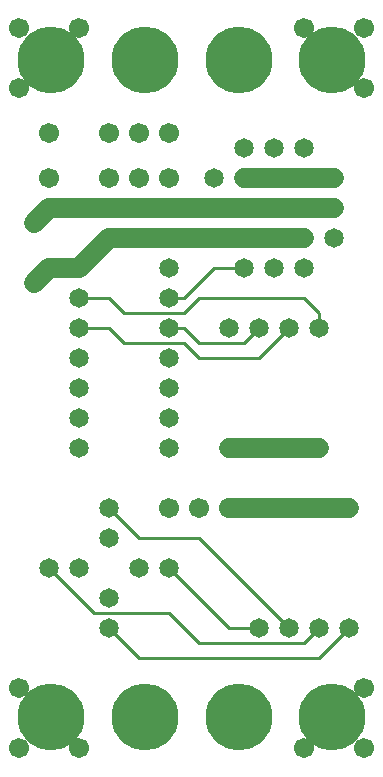
<source format=gbl>
%MOIN*%
%FSLAX25Y25*%
G04 D10 used for Character Trace; *
G04     Circle (OD=.01000) (No hole)*
G04 D11 used for Power Trace; *
G04     Circle (OD=.06700) (No hole)*
G04 D12 used for Signal Trace; *
G04     Circle (OD=.01100) (No hole)*
G04 D13 used for Via; *
G04     Circle (OD=.05800) (Round. Hole ID=.02800)*
G04 D14 used for Component hole; *
G04     Circle (OD=.06500) (Round. Hole ID=.03500)*
G04 D15 used for Component hole; *
G04     Circle (OD=.06700) (Round. Hole ID=.04300)*
G04 D16 used for Component hole; *
G04     Circle (OD=.08100) (Round. Hole ID=.05100)*
G04 D17 used for Component hole; *
G04     Circle (OD=.08900) (Round. Hole ID=.05900)*
G04 D18 used for Component hole; *
G04     Circle (OD=.11300) (Round. Hole ID=.08300)*
G04 D19 used for Component hole; *
G04     Circle (OD=.16000) (Round. Hole ID=.13000)*
G04 D20 used for Component hole; *
G04     Circle (OD=.18300) (Round. Hole ID=.15300)*
G04 D21 used for Component hole; *
G04     Circle (OD=.22291) (Round. Hole ID=.19291)*
%ADD10C,.01000*%
%ADD11C,.06700*%
%ADD12C,.01100*%
%ADD13C,.05800*%
%ADD14C,.06500*%
%ADD15C,.06700*%
%ADD16C,.08100*%
%ADD17C,.08900*%
%ADD18C,.11300*%
%ADD19C,.16000*%
%ADD20C,.18300*%
%ADD21C,.22291*%
%IPPOS*%
%LPD*%
G90*X0Y0D02*D15*X5000Y5000D03*D21*X15625Y15625D03*
D15*X5000Y25000D03*X25000Y5000D03*D14*            
X35000Y45000D03*D12*X45000Y35000D01*X105000D01*   
X115000Y45000D01*D14*D03*X105000D03*D12*          
X100000Y40000D01*X65000D01*X55000Y50000D01*       
X30000D01*X15000Y65000D01*D14*D03*X25000D03*      
X35000Y85000D03*D12*X45000Y75000D01*X65000D01*    
X95000Y45000D01*D14*D03*X85000D03*D12*X75000D01*  
X55000Y65000D01*D14*D03*X45000D03*D15*            
X75000Y85000D03*D11*X85000D01*D14*D03*D11*        
X95000D01*D14*D03*D11*X105000D01*D14*D03*D11*     
X115000D01*D14*D03*X95000Y105000D03*D11*X85000D01*
D14*D03*D11*X75000D01*D14*D03*X55000Y125000D03*   
D15*Y85000D03*D14*Y115000D03*D15*X65000Y85000D03* 
D11*X95000Y105000D02*X105000D01*D14*D03*D12*      
X65000Y135000D02*X85000D01*X65000D02*             
X60000Y140000D01*X40000D01*X35000Y145000D01*      
X25000D01*D14*D03*D12*X40000Y150000D02*           
X35000Y155000D01*X40000Y150000D02*X60000D01*      
X65000Y155000D01*X100000D01*X105000Y150000D01*    
Y145000D01*D14*D03*X95000D03*D12*X85000Y135000D01*
X65000Y140000D02*X80000D01*X65000D02*             
X60000Y145000D01*X55000D01*D14*D03*D12*Y155000D02*
X60000D01*D14*X55000D03*D12*X60000D02*            
X70000Y165000D01*X80000D01*D14*D03*               
X70000Y175000D03*D11*X35000D01*X25000Y165000D01*  
D14*D03*D11*X15000D01*X10000Y160000D01*D14*D03*   
X25000Y155000D03*D12*X35000D01*D14*               
X55000Y135000D03*X25000D03*X55000Y165000D03*      
X10000Y180000D03*D11*X15000Y185000D01*X55000D01*  
D13*D03*D11*X70000D01*D14*D03*D11*X90000D01*D13*  
D03*D11*X110000D01*D14*D03*D13*X100000Y195000D03* 
D11*X80000D01*D13*D03*D14*X90000Y205000D03*       
X80000D03*X70000Y195000D03*D13*X100000Y175000D03* 
D11*X80000D01*D13*D03*D11*X70000D01*D14*          
X90000Y165000D03*D15*X55000Y195000D03*X45000D03*  
D14*X100000Y205000D03*Y165000D03*X75000Y145000D03*
X85000D03*D12*X80000Y140000D01*D14*               
X110000Y175000D03*X55000Y105000D03*               
X110000Y195000D03*D11*X100000D01*D15*             
X120000Y225000D03*D21*X109375Y234375D03*X78125D03*
D15*X55000Y210000D03*X120000Y245000D03*X100000D03*
D21*X46875Y234375D03*D15*X45000Y210000D03*        
X35000D03*Y195000D03*X25000Y245000D03*D14*        
Y125000D03*Y115000D03*D21*X15625Y234375D03*D15*   
X15000Y210000D03*Y195000D03*D14*X25000Y105000D03* 
D15*X5000Y245000D03*Y225000D03*D14*               
X35000Y75000D03*Y55000D03*D15*X120000Y25000D03*   
D21*X46875Y15625D03*X78125D03*X109375D03*D15*     
X100000Y5000D03*X120000D03*M02*                   

</source>
